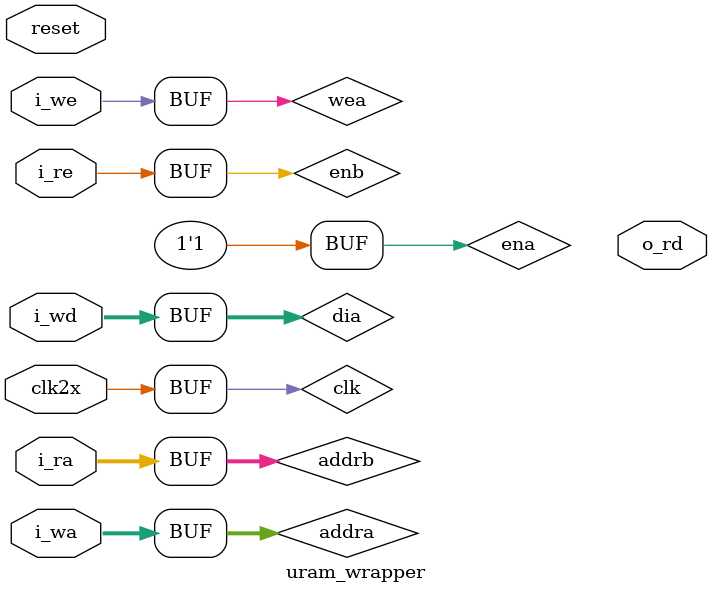
<source format=sv>

module uram_wrapper #
(
  parameter   DATA_WIDTH              = 8*8,              // 8 bytes per element
  parameter   RAM_DEPTH               = 4096,             // double pump -> 2048 16B entries
  parameter   ADDR_WIDTH              = $clog2(RAM_DEPTH)
)
(
  input                               clk2x,
  input                               reset,

  // Write interface
  input                               i_we,
  input  [ADDR_WIDTH-1:0]             i_wa,
  input  [DATA_WIDTH-1:0]             i_wd,

  // Read interface
  input                               i_re,
  input  [ADDR_WIDTH-1:0]             i_ra,
  output [DATA_WIDTH-1:0]             o_rd
);

  // Global wire declarations.
  wire                  clk   = clk2x;
  // Write port.
  wire                  ena   = 1'b1;   // This port is always enabled.
  wire                  wea   = i_we;
  wire [ADDR_WIDTH-1:0] addra = i_wa;
  wire [DATA_WIDTH-1:0] dia   = i_wd;
  // Read port.
  wire                  enb   = i_re;
  wire [ADDR_WIDTH-1:0] addrb = i_ra;
  //wire [DATA_WIDTH-1:0] dob;            // Internal signal.

  // Free-running register for REGCEB signals.
  wire s1_re, s2_re, s3_re;
  base_vlat # (
    .width  (1)
    ) FF1 (
    .clk    (clk),
    .reset  (reset),
    .din    (enb),
    .q      (s1_re)
  );

  // TODO: in the future, check if URAM can operate with 2 cycles read latency. If not, change to 3 or 4 cycles latency by adding more base_vlat and base_vlat_en modules.
/*
  base_vlat # (
    .width  (1)
    ) FF2 (
    .clk    (clk),
    .reset  (reset),
    .din    (s1_re),
    .q      (s2_re)
  );
*/



  // Ability to select either a behaviour model or the Xilinx primitive instantiation.
  `ifdef VCD
    // Behaviour model supplied by Xilinx (simple_dual_one_clock module).
    reg [DATA_WIDTH-1:0] ram [RAM_DEPTH-1:0];
    reg [DATA_WIDTH-1:0] doa, dob;

    always @(posedge clk) begin
      if (ena) begin
        if (wea)
          ram[addra] <= dia;
      end
    end

    always @(posedge clk) begin
      if (enb)
        dob <= ram[addrb];
    end

    // Additional BRAM internal register. Captured by BRAM_LATENCY.
    wire [DATA_WIDTH-1:0] s2_rd, s3_rd;
    base_vlat_en # (
      .width (DATA_WIDTH)
      ) REGCEB1 (
      .clk    (clk),
      .reset  (reset),
      .enable (s1_re),
      .din    (dob),
      .q      (s2_rd)
    );

/*
    base_vlat_en # (
      .width (DATA_WIDTH)
      ) REGCEB2 (
      .clk    (clk),
      .reset  (reset),
      .enable (s2_re),
      .din    (s2_rd),
      .q      (o_rd)
    );
*/

  assign o_rd = s2_rd;



/*
  `else
    // BRAM latency parameter.
    localparam BRAM_LATENCY = 2;

    // Xilinx Parameterized Macro, Version 2017.1
    xpm_memory_sdpram # (
      // Common module parameters
      .MEMORY_SIZE        (DATA_WIDTH*RAM_DEPTH),     //positive integer
      .MEMORY_PRIMITIVE   ("block"),                  //string; "auto", "distributed", "block" or "ultra";
      .CLOCKING_MODE      ("common_clock"),           //string; "common_clock", "independent_clock"
      .MEMORY_INIT_FILE   ("none"),                   //string; "none" or "<filename>.mem"
      .MEMORY_INIT_PARAM  (""), 	                    //string;
      .USE_MEM_INIT       (0),                        //integer; 0,1
      .WAKEUP_TIME        ("disable_sleep"),          //string; "disable_sleep" or "use_sleep_pin"
      .MESSAGE_CONTROL    (1),                        //integer; 0,1
      .ECC_MODE           ("no_ecc"),                 //string; "no_ecc", "encode_only", "decode_only" or "both_encode_and_decode"
      .AUTO_SLEEP_TIME    (0),                        //Do not Change

      // Port A module parameters
      .WRITE_DATA_WIDTH_A (DATA_WIDTH),               //positive integer
      .BYTE_WRITE_WIDTH_A (DATA_WIDTH),               //integer; 8, 9, or WRITE_DATA_WIDTH_A value
      .ADDR_WIDTH_A       (ADDR_WIDTH),               //positive integer

      // Port B module parameters
      .READ_DATA_WIDTH_B  (DATA_WIDTH),               //positive integer
      .ADDR_WIDTH_B       (ADDR_WIDTH),               //positive integer
      .READ_RESET_VALUE_B ("0"),                      //string
      .READ_LATENCY_B     (BRAM_LATENCY),             //non-negative integer one or two.
      .WRITE_MODE_B       ("read_first")              //string; "write_first", "read_first", "no_change"
    ) xpm_memory_sdpram_inst (
      // Common module ports
      .sleep          (1'b0),

      // Port A module ports
      .clka           (clk),
      .ena            (ena),
      .wea            (wea),
      .addra          (addra),
      .dina           (dia),
      .injectsbiterra (1'b0),                         //ignore, only for ECC
      .injectdbiterra (1'b0),                         //ignore, only for ECC

      // Port B module ports
      .clkb           (clk),
      .rstb           (reset),
      .enb            (enb),
      .regceb         (s1_re),
      .addrb          (addrb),
      .doutb          (o_rd),
      .sbiterrb       (),
      .dbiterrb       ()
    );
*/
  `endif

endmodule //uram_wrapper

</source>
